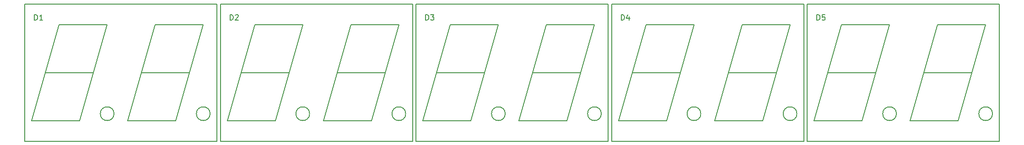
<source format=gbr>
G04 #@! TF.FileFunction,Legend,Top*
%FSLAX46Y46*%
G04 Gerber Fmt 4.6, Leading zero omitted, Abs format (unit mm)*
G04 Created by KiCad (PCBNEW 4.0.7) date Thursday, February 08, 2018 'PMt' 08:56:59 PM*
%MOMM*%
%LPD*%
G01*
G04 APERTURE LIST*
%ADD10C,0.100000*%
%ADD11C,0.150000*%
G04 APERTURE END LIST*
D10*
D11*
X84772500Y-91440000D02*
G75*
G03X84772500Y-91440000I-1270000J0D01*
G01*
X72072500Y-83820000D02*
X80962500Y-83820000D01*
X74612500Y-74930000D02*
X83502500Y-74930000D01*
X83502500Y-74930000D02*
X78422500Y-92710000D01*
X78422500Y-92710000D02*
X69532500Y-92710000D01*
X74612500Y-74930000D02*
X69532500Y-92710000D01*
X66992500Y-91440000D02*
G75*
G03X66992500Y-91440000I-1270000J0D01*
G01*
X54292500Y-83820000D02*
X56832500Y-74930000D01*
X56832500Y-74930000D02*
X65722500Y-74930000D01*
X65722500Y-74930000D02*
X63182500Y-83820000D01*
X51752500Y-92710000D02*
X54292500Y-83820000D01*
X54292500Y-83820000D02*
X63182500Y-83820000D01*
X63182500Y-83820000D02*
X60642500Y-92710000D01*
X60642500Y-92710000D02*
X51752500Y-92710000D01*
X50482500Y-71120000D02*
X50482500Y-96520000D01*
X50482500Y-96520000D02*
X86042500Y-96520000D01*
X86042500Y-96520000D02*
X86042500Y-71120000D01*
X50482500Y-71120000D02*
X86042500Y-71120000D01*
X120967500Y-91440000D02*
G75*
G03X120967500Y-91440000I-1270000J0D01*
G01*
X108267500Y-83820000D02*
X117157500Y-83820000D01*
X110807500Y-74930000D02*
X119697500Y-74930000D01*
X119697500Y-74930000D02*
X114617500Y-92710000D01*
X114617500Y-92710000D02*
X105727500Y-92710000D01*
X110807500Y-74930000D02*
X105727500Y-92710000D01*
X103187500Y-91440000D02*
G75*
G03X103187500Y-91440000I-1270000J0D01*
G01*
X90487500Y-83820000D02*
X93027500Y-74930000D01*
X93027500Y-74930000D02*
X101917500Y-74930000D01*
X101917500Y-74930000D02*
X99377500Y-83820000D01*
X87947500Y-92710000D02*
X90487500Y-83820000D01*
X90487500Y-83820000D02*
X99377500Y-83820000D01*
X99377500Y-83820000D02*
X96837500Y-92710000D01*
X96837500Y-92710000D02*
X87947500Y-92710000D01*
X86677500Y-71120000D02*
X86677500Y-96520000D01*
X86677500Y-96520000D02*
X122237500Y-96520000D01*
X122237500Y-96520000D02*
X122237500Y-71120000D01*
X86677500Y-71120000D02*
X122237500Y-71120000D01*
X157162500Y-91440000D02*
G75*
G03X157162500Y-91440000I-1270000J0D01*
G01*
X144462500Y-83820000D02*
X153352500Y-83820000D01*
X147002500Y-74930000D02*
X155892500Y-74930000D01*
X155892500Y-74930000D02*
X150812500Y-92710000D01*
X150812500Y-92710000D02*
X141922500Y-92710000D01*
X147002500Y-74930000D02*
X141922500Y-92710000D01*
X139382500Y-91440000D02*
G75*
G03X139382500Y-91440000I-1270000J0D01*
G01*
X126682500Y-83820000D02*
X129222500Y-74930000D01*
X129222500Y-74930000D02*
X138112500Y-74930000D01*
X138112500Y-74930000D02*
X135572500Y-83820000D01*
X124142500Y-92710000D02*
X126682500Y-83820000D01*
X126682500Y-83820000D02*
X135572500Y-83820000D01*
X135572500Y-83820000D02*
X133032500Y-92710000D01*
X133032500Y-92710000D02*
X124142500Y-92710000D01*
X122872500Y-71120000D02*
X122872500Y-96520000D01*
X122872500Y-96520000D02*
X158432500Y-96520000D01*
X158432500Y-96520000D02*
X158432500Y-71120000D01*
X122872500Y-71120000D02*
X158432500Y-71120000D01*
X193357500Y-91440000D02*
G75*
G03X193357500Y-91440000I-1270000J0D01*
G01*
X180657500Y-83820000D02*
X189547500Y-83820000D01*
X183197500Y-74930000D02*
X192087500Y-74930000D01*
X192087500Y-74930000D02*
X187007500Y-92710000D01*
X187007500Y-92710000D02*
X178117500Y-92710000D01*
X183197500Y-74930000D02*
X178117500Y-92710000D01*
X175577500Y-91440000D02*
G75*
G03X175577500Y-91440000I-1270000J0D01*
G01*
X162877500Y-83820000D02*
X165417500Y-74930000D01*
X165417500Y-74930000D02*
X174307500Y-74930000D01*
X174307500Y-74930000D02*
X171767500Y-83820000D01*
X160337500Y-92710000D02*
X162877500Y-83820000D01*
X162877500Y-83820000D02*
X171767500Y-83820000D01*
X171767500Y-83820000D02*
X169227500Y-92710000D01*
X169227500Y-92710000D02*
X160337500Y-92710000D01*
X159067500Y-71120000D02*
X159067500Y-96520000D01*
X159067500Y-96520000D02*
X194627500Y-96520000D01*
X194627500Y-96520000D02*
X194627500Y-71120000D01*
X159067500Y-71120000D02*
X194627500Y-71120000D01*
X229552500Y-91440000D02*
G75*
G03X229552500Y-91440000I-1270000J0D01*
G01*
X216852500Y-83820000D02*
X225742500Y-83820000D01*
X219392500Y-74930000D02*
X228282500Y-74930000D01*
X228282500Y-74930000D02*
X223202500Y-92710000D01*
X223202500Y-92710000D02*
X214312500Y-92710000D01*
X219392500Y-74930000D02*
X214312500Y-92710000D01*
X211772500Y-91440000D02*
G75*
G03X211772500Y-91440000I-1270000J0D01*
G01*
X199072500Y-83820000D02*
X201612500Y-74930000D01*
X201612500Y-74930000D02*
X210502500Y-74930000D01*
X210502500Y-74930000D02*
X207962500Y-83820000D01*
X196532500Y-92710000D02*
X199072500Y-83820000D01*
X199072500Y-83820000D02*
X207962500Y-83820000D01*
X207962500Y-83820000D02*
X205422500Y-92710000D01*
X205422500Y-92710000D02*
X196532500Y-92710000D01*
X195262500Y-71120000D02*
X195262500Y-96520000D01*
X195262500Y-96520000D02*
X230822500Y-96520000D01*
X230822500Y-96520000D02*
X230822500Y-71120000D01*
X195262500Y-71120000D02*
X230822500Y-71120000D01*
X52284405Y-74112381D02*
X52284405Y-73112381D01*
X52522500Y-73112381D01*
X52665358Y-73160000D01*
X52760596Y-73255238D01*
X52808215Y-73350476D01*
X52855834Y-73540952D01*
X52855834Y-73683810D01*
X52808215Y-73874286D01*
X52760596Y-73969524D01*
X52665358Y-74064762D01*
X52522500Y-74112381D01*
X52284405Y-74112381D01*
X53808215Y-74112381D02*
X53236786Y-74112381D01*
X53522500Y-74112381D02*
X53522500Y-73112381D01*
X53427262Y-73255238D01*
X53332024Y-73350476D01*
X53236786Y-73398095D01*
X88479405Y-74112381D02*
X88479405Y-73112381D01*
X88717500Y-73112381D01*
X88860358Y-73160000D01*
X88955596Y-73255238D01*
X89003215Y-73350476D01*
X89050834Y-73540952D01*
X89050834Y-73683810D01*
X89003215Y-73874286D01*
X88955596Y-73969524D01*
X88860358Y-74064762D01*
X88717500Y-74112381D01*
X88479405Y-74112381D01*
X89431786Y-73207619D02*
X89479405Y-73160000D01*
X89574643Y-73112381D01*
X89812739Y-73112381D01*
X89907977Y-73160000D01*
X89955596Y-73207619D01*
X90003215Y-73302857D01*
X90003215Y-73398095D01*
X89955596Y-73540952D01*
X89384167Y-74112381D01*
X90003215Y-74112381D01*
X124674405Y-74112381D02*
X124674405Y-73112381D01*
X124912500Y-73112381D01*
X125055358Y-73160000D01*
X125150596Y-73255238D01*
X125198215Y-73350476D01*
X125245834Y-73540952D01*
X125245834Y-73683810D01*
X125198215Y-73874286D01*
X125150596Y-73969524D01*
X125055358Y-74064762D01*
X124912500Y-74112381D01*
X124674405Y-74112381D01*
X125579167Y-73112381D02*
X126198215Y-73112381D01*
X125864881Y-73493333D01*
X126007739Y-73493333D01*
X126102977Y-73540952D01*
X126150596Y-73588571D01*
X126198215Y-73683810D01*
X126198215Y-73921905D01*
X126150596Y-74017143D01*
X126102977Y-74064762D01*
X126007739Y-74112381D01*
X125722024Y-74112381D01*
X125626786Y-74064762D01*
X125579167Y-74017143D01*
X160869405Y-74112381D02*
X160869405Y-73112381D01*
X161107500Y-73112381D01*
X161250358Y-73160000D01*
X161345596Y-73255238D01*
X161393215Y-73350476D01*
X161440834Y-73540952D01*
X161440834Y-73683810D01*
X161393215Y-73874286D01*
X161345596Y-73969524D01*
X161250358Y-74064762D01*
X161107500Y-74112381D01*
X160869405Y-74112381D01*
X162297977Y-73445714D02*
X162297977Y-74112381D01*
X162059881Y-73064762D02*
X161821786Y-73779048D01*
X162440834Y-73779048D01*
X197064405Y-74112381D02*
X197064405Y-73112381D01*
X197302500Y-73112381D01*
X197445358Y-73160000D01*
X197540596Y-73255238D01*
X197588215Y-73350476D01*
X197635834Y-73540952D01*
X197635834Y-73683810D01*
X197588215Y-73874286D01*
X197540596Y-73969524D01*
X197445358Y-74064762D01*
X197302500Y-74112381D01*
X197064405Y-74112381D01*
X198540596Y-73112381D02*
X198064405Y-73112381D01*
X198016786Y-73588571D01*
X198064405Y-73540952D01*
X198159643Y-73493333D01*
X198397739Y-73493333D01*
X198492977Y-73540952D01*
X198540596Y-73588571D01*
X198588215Y-73683810D01*
X198588215Y-73921905D01*
X198540596Y-74017143D01*
X198492977Y-74064762D01*
X198397739Y-74112381D01*
X198159643Y-74112381D01*
X198064405Y-74064762D01*
X198016786Y-74017143D01*
M02*

</source>
